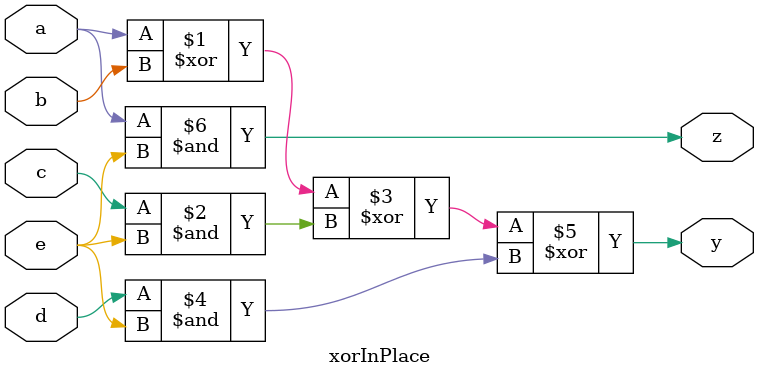
<source format=sv>
module xorInPlace (
    input logic a,
    input logic b,
    input logic c,
    input logic d,
    input logic e,
    output logic y,output logic z);

    assign y =  (a ^ b ^ (c & e) ^ (d & e));
    assign z = a & e;
endmodule

</source>
